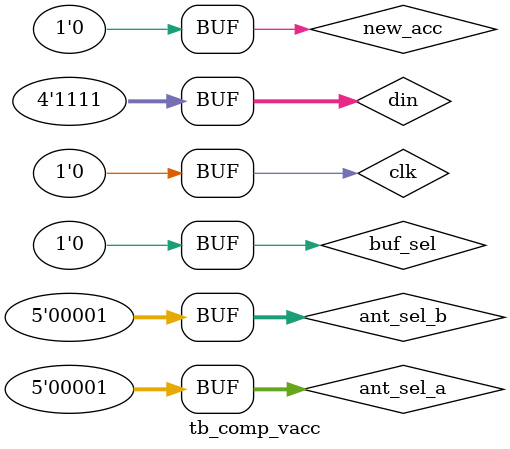
<source format=v>
`timescale 1ns / 1ps

/* Currently, Xilinx doesn't support $clog2, but iverilog doesn't support
 * constant user functions. Decide which to use here
 */
`ifndef log2
`ifdef USE_CLOG2
`define log2(p) $clog2(p)
`else
`define log2(p) log2_func(p)
`endif
`endif

module tb_comp_vacc();
    
    function integer log2_func;
      input integer value;
      integer loop_cnt;
      begin
        value = value-1;
        for (loop_cnt=0; value>0; loop_cnt=loop_cnt+1)
          value = value>>1;
        log2_func = loop_cnt;
      end
    endfunction

    parameter INPUT_WIDTH = 4;
    parameter ACC_LEN_BITS = 8;
    parameter VECTOR_LENGTH = 32;
    parameter PLATFORM = "VIRTEX5";
    
    localparam ACC_LEN = 1<<ACC_LEN_BITS;
    localparam VECTOR_LEN_BITS = `log2(VECTOR_LENGTH);
    localparam ACC_WIDTH = ACC_LEN_BITS + INPUT_WIDTH;
    
    reg clk;                                          //clock input
    reg [VECTOR_LEN_BITS-1:0] ant_sel_a=1;              //bram read address signal for ram A
    reg [VECTOR_LEN_BITS-1:0] ant_sel_b=1;              //bram read address signal for ram B
    reg buf_sel=0;                                      //1 bit buffer read index (because reading/writing is not always from same buffer)
    reg new_acc=0;                                      //reset input indicating new accumulation on next clock
    reg [INPUT_WIDTH-1:0] din = 4'b1111;                        //data in
    wire [INPUT_WIDTH+ACC_LEN_BITS-1:0] dout_a;         //accumulated data out for ram A
    wire [INPUT_WIDTH+ACC_LEN_BITS-1:0] dout_b;         //accumulated data out for ram B
    
    always begin
        clk = 1;
        #5 clk = 0;
        #5;
    end

    initial begin
        $dumpfile("dptest.vcd");
        $dumpvars;
    end

    reg [9:0] ctr=0;
    always @(posedge(clk)) begin
        ctr <= ctr+1;
    end
    
   wire [17:0] doutA;
   wire [17:0] doutB;

 RAMB18 #(
      .SIM_MODE("SAFE"),  // Simulation: "SAFE" vs. "FAST", see "Synthesis and Simulation Design Guide" for details
      .DOA_REG(1),  // Optional output registers on A port (0 or 1)
      .DOB_REG(1),  // Optional output registers on B port (0 or 1)
      .INIT_A(18'h0AAAA),  // Initial values on A output port
      .INIT_B(18'h0AAAA),  // Initial values on B output port
      .READ_WIDTH_A(18),  // Valid values are 1, 2, 4, 9 or 18
      .READ_WIDTH_B(18),  // Valid values are 1, 2, 4, 9 or 18
      .SIM_COLLISION_CHECK("ALL"),  // Collision check enable "ALL", "WARNING_ONLY", 
                                    //   "GENERATE_X_ONLY" or "NONE" 
      .SRVAL_A(18'h00000),  // Set/Reset value for A port output
      .SRVAL_B(18'h00000),  // Set/Reset value for B port output
      .WRITE_MODE_A("WRITE_FIRST"),  // "WRITE_FIRST", "READ_FIRST", or "NO_CHANGE" 
      .WRITE_MODE_B("WRITE_FIRST"),  // "WRITE_FIRST", "READ_FIRST", or "NO_CHANGE" 
      .WRITE_WIDTH_A(18),  // Valid values are 1, 2, 4, 9 or 18
      .WRITE_WIDTH_B(18)  // Valid values are 1, 2, 4, 9 or 18
      
   ) RAMB18_inst (
      .DOA(doutA[15:0]),       // 16-bit A port data output
      .DOB(doutB[15:0]),       // 16-bit B port data output
      .DOPA(doutA[17:16]),     // 2-bit A port parity data output
      .DOPB(doutB[17:16]),     // 2-bit B port parity data output
      .ADDRA({ctr, {4{1'b0}}}),   // 14-bit A port address input
      .ADDRB(14'b0),   // 14-bit B port address input
      .CLKA(clk),     // 1-bit A port clock input
      .CLKB(clk),     // 1-bit B port clock input
      .DIA({{6{1'b0}},ctr}),       // 16-bit A port data input
      .DIB(16'hBEEF),       // 16-bit B port data input
      .DIPA(2'b00),     // 2-bit A port parity data input
      .DIPB(2'b00),     // 2-bit B port parity data input
      .ENA(1'b1),       // 1-bit A port enable input
      .ENB(1'b1),       // 1-bit B port enable input
      .REGCEA(1'b1), // 1-bit A port register enable input
      .REGCEB(1'b1), // 1-bit B port register enable input
      .SSRA(1'b0),     // 1-bit A port set/reset input
      .SSRB(1'b0),     // 1-bit B port set/reset input
      .WEA(2'b11),       // 2-bit A port write enable input
      .WEB(2'b00)        // 2-bit B port write enable input
   );



endmodule


</source>
